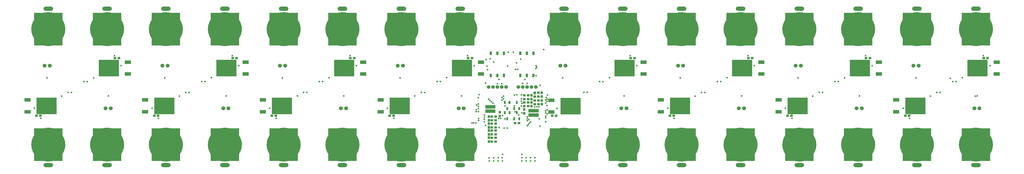
<source format=gbs>
G04*
G04 #@! TF.GenerationSoftware,Altium Limited,Altium Designer,19.0.13 (425)*
G04*
G04 Layer_Color=16711935*
%FSLAX25Y25*%
%MOIN*%
G70*
G01*
G75*
%ADD28R,0.03950X0.03753*%
%ADD29R,0.03753X0.03950*%
%ADD33R,0.03162X0.04737*%
%ADD40C,0.05918*%
G04:AMPARAMS|DCode=42|XSize=145.8mil|YSize=67.06mil|CornerRadius=33.53mil|HoleSize=0mil|Usage=FLASHONLY|Rotation=180.000|XOffset=0mil|YOffset=0mil|HoleType=Round|Shape=RoundedRectangle|*
%AMROUNDEDRECTD42*
21,1,0.14580,0.00000,0,0,180.0*
21,1,0.07874,0.06706,0,0,180.0*
1,1,0.06706,-0.03937,0.00000*
1,1,0.06706,0.03937,0.00000*
1,1,0.06706,0.03937,0.00000*
1,1,0.06706,-0.03937,0.00000*
%
%ADD42ROUNDEDRECTD42*%
%ADD43C,0.02572*%
%ADD44C,0.05524*%
%ADD59R,0.43307X0.50000*%
%ADD61R,0.30800X0.25800*%
%ADD62R,0.09461X0.05524*%
G04:AMPARAMS|DCode=63|XSize=55.12mil|YSize=55.12mil|CornerRadius=11.81mil|HoleSize=0mil|Usage=FLASHONLY|Rotation=180.000|XOffset=0mil|YOffset=0mil|HoleType=Round|Shape=RoundedRectangle|*
%AMROUNDEDRECTD63*
21,1,0.05512,0.03150,0,0,180.0*
21,1,0.03150,0.05512,0,0,180.0*
1,1,0.02362,-0.01575,0.01575*
1,1,0.02362,0.01575,0.01575*
1,1,0.02362,0.01575,-0.01575*
1,1,0.02362,-0.01575,-0.01575*
%
%ADD63ROUNDEDRECTD63*%
%ADD64R,0.03792X0.05800*%
%ADD65C,0.51981*%
D28*
X4721Y-55286D02*
D03*
X10626D02*
D03*
X18701Y-23622D02*
D03*
X24606D02*
D03*
X-25197Y-77756D02*
D03*
X-31102D02*
D03*
X34449Y-8858D02*
D03*
X40354D02*
D03*
X-25197Y-56102D02*
D03*
X-31102D02*
D03*
X-25197Y-45276D02*
D03*
X-31102D02*
D03*
X18701Y-29528D02*
D03*
X24606D02*
D03*
X-25197Y-62008D02*
D03*
X-31102D02*
D03*
X18701Y-12795D02*
D03*
X24606D02*
D03*
X-25197Y-66929D02*
D03*
X-31102D02*
D03*
X34449Y-20669D02*
D03*
X40354D02*
D03*
X18701Y-18701D02*
D03*
X24606D02*
D03*
X-25197Y-83661D02*
D03*
X-31102D02*
D03*
X-25197Y-72835D02*
D03*
X-31102D02*
D03*
X34449Y-14764D02*
D03*
X40354D02*
D03*
X34449Y-26575D02*
D03*
X40354D02*
D03*
X-25197Y-51181D02*
D03*
X-31102D02*
D03*
X605709Y-44094D02*
D03*
X599803D02*
D03*
X426181D02*
D03*
X420276D02*
D03*
X246654D02*
D03*
X240748D02*
D03*
X67126D02*
D03*
X61221D02*
D03*
X719488Y44094D02*
D03*
X725394D02*
D03*
X539961D02*
D03*
X545866D02*
D03*
X360433D02*
D03*
X366339D02*
D03*
X180905D02*
D03*
X186811D02*
D03*
X-67126D02*
D03*
X-61221D02*
D03*
X-246654D02*
D03*
X-240748D02*
D03*
X-426181D02*
D03*
X-420276D02*
D03*
X-180905Y-44094D02*
D03*
X-186811D02*
D03*
X-360433D02*
D03*
X-366339D02*
D03*
X-539961D02*
D03*
X-545866D02*
D03*
X-605709Y44094D02*
D03*
X-599803D02*
D03*
X-719488Y-44094D02*
D03*
X-725394D02*
D03*
D29*
X18701Y-40438D02*
D03*
Y-34533D02*
D03*
X-18758Y-44753D02*
D03*
Y-38848D02*
D03*
X29528Y-29528D02*
D03*
Y-23622D02*
D03*
Y-18701D02*
D03*
Y-12795D02*
D03*
X-35433Y-66929D02*
D03*
Y-72835D02*
D03*
Y-56102D02*
D03*
Y-62008D02*
D03*
Y-77756D02*
D03*
Y-83661D02*
D03*
X45276Y-8858D02*
D03*
Y-14764D02*
D03*
Y-26575D02*
D03*
Y-20669D02*
D03*
X-35433Y-45276D02*
D03*
Y-51181D02*
D03*
D33*
X-7480Y-48819D02*
D03*
X-3740Y-39370D02*
D03*
X-11220D02*
D03*
X7087Y-23622D02*
D03*
X3347Y-33071D02*
D03*
X10827D02*
D03*
X7087Y-39370D02*
D03*
X3347Y-48819D02*
D03*
X10827D02*
D03*
X-7480Y-33071D02*
D03*
X-3740Y-23622D02*
D03*
X-11220D02*
D03*
D40*
X-705118Y32677D02*
D03*
X-712992D02*
D03*
X705118Y-32677D02*
D03*
X712992D02*
D03*
X620079Y32677D02*
D03*
X612205D02*
D03*
X525591Y-32677D02*
D03*
X533465D02*
D03*
X440551Y32677D02*
D03*
X432677D02*
D03*
X346063Y-32677D02*
D03*
X353937D02*
D03*
X261024Y32677D02*
D03*
X253150D02*
D03*
X166535Y-32677D02*
D03*
X174409D02*
D03*
X81496Y32677D02*
D03*
X73622D02*
D03*
X-81496Y-32677D02*
D03*
X-73622D02*
D03*
X-166535Y32677D02*
D03*
X-174409D02*
D03*
X-261024Y-32677D02*
D03*
X-253150D02*
D03*
X-346063Y32677D02*
D03*
X-353937D02*
D03*
X-440551Y-32677D02*
D03*
X-432677D02*
D03*
X-525591Y32677D02*
D03*
X-533465D02*
D03*
X-620079Y-32677D02*
D03*
X-612205D02*
D03*
D42*
X-707480Y-119783D02*
D03*
X-697480Y-92047D02*
D03*
X-717480D02*
D03*
X-697480Y92047D02*
D03*
X-717480D02*
D03*
X-707480Y119783D02*
D03*
X707480Y119783D02*
D03*
X697480Y92047D02*
D03*
X717480D02*
D03*
X697480Y-92047D02*
D03*
X717480D02*
D03*
X707480Y-119783D02*
D03*
X617717Y-119783D02*
D03*
X627716Y-92047D02*
D03*
X607717D02*
D03*
X627716Y92047D02*
D03*
X607717D02*
D03*
X617717Y119783D02*
D03*
X527953Y119783D02*
D03*
X517953Y92047D02*
D03*
X537953D02*
D03*
X517953Y-92047D02*
D03*
X537953D02*
D03*
X527953Y-119783D02*
D03*
X438189Y-119783D02*
D03*
X448189Y-92047D02*
D03*
X428189D02*
D03*
X448189Y92047D02*
D03*
X428189D02*
D03*
X438189Y119783D02*
D03*
X348425Y119783D02*
D03*
X338425Y92047D02*
D03*
X358425D02*
D03*
X338425Y-92047D02*
D03*
X358425D02*
D03*
X348425Y-119783D02*
D03*
X258661Y-119783D02*
D03*
X268661Y-92047D02*
D03*
X248661D02*
D03*
X268661Y92047D02*
D03*
X248661D02*
D03*
X258661Y119783D02*
D03*
X168898Y119783D02*
D03*
X158898Y92047D02*
D03*
X178898D02*
D03*
X158898Y-92047D02*
D03*
X178898D02*
D03*
X168898Y-119783D02*
D03*
X79134Y-119783D02*
D03*
X89134Y-92047D02*
D03*
X69134D02*
D03*
X89134Y92047D02*
D03*
X69134D02*
D03*
X79134Y119783D02*
D03*
X-79134Y119783D02*
D03*
X-89134Y92047D02*
D03*
X-69134D02*
D03*
X-89134Y-92047D02*
D03*
X-69134D02*
D03*
X-79134Y-119783D02*
D03*
X-168898Y-119783D02*
D03*
X-158898Y-92047D02*
D03*
X-178898D02*
D03*
X-158898Y92047D02*
D03*
X-178898D02*
D03*
X-168898Y119783D02*
D03*
X-258661Y119783D02*
D03*
X-268661Y92047D02*
D03*
X-248661D02*
D03*
X-268661Y-92047D02*
D03*
X-248661D02*
D03*
X-258661Y-119783D02*
D03*
X-348425Y-119783D02*
D03*
X-338425Y-92047D02*
D03*
X-358425D02*
D03*
X-338425Y92047D02*
D03*
X-358425D02*
D03*
X-348425Y119783D02*
D03*
X-438189Y119783D02*
D03*
X-448189Y92047D02*
D03*
X-428189D02*
D03*
X-448189Y-92047D02*
D03*
X-428189D02*
D03*
X-438189Y-119783D02*
D03*
X-527953Y-119783D02*
D03*
X-517953Y-92047D02*
D03*
X-537953D02*
D03*
X-517953Y92047D02*
D03*
X-537953D02*
D03*
X-527953Y119783D02*
D03*
X-617717Y119783D02*
D03*
X-627716Y92047D02*
D03*
X-607717D02*
D03*
X-627716Y-92047D02*
D03*
X-607717D02*
D03*
X-617717Y-119783D02*
D03*
D43*
X-28150Y38386D02*
D03*
X-4725Y-24364D02*
D03*
X-11024Y-23622D02*
D03*
X42913Y2413D02*
D03*
X-40354Y5906D02*
D03*
X32306Y51181D02*
D03*
X1969Y53149D02*
D03*
X-5921D02*
D03*
X22835Y5118D02*
D03*
X16142Y5433D02*
D03*
X-15676Y4951D02*
D03*
X-22369D02*
D03*
X13189Y42421D02*
D03*
X-33465Y43364D02*
D03*
X51181Y-44685D02*
D03*
Y-47539D02*
D03*
X61220Y-43307D02*
D03*
X51181Y-39764D02*
D03*
X53543Y-41339D02*
D03*
X51181Y-36811D02*
D03*
X34843Y-113583D02*
D03*
X28150D02*
D03*
X21457D02*
D03*
X14764D02*
D03*
X4528Y-38189D02*
D03*
X3543Y-12500D02*
D03*
X7126Y-11969D02*
D03*
X36220Y28364D02*
D03*
X36417Y32677D02*
D03*
X37402Y30315D02*
D03*
X36417Y17323D02*
D03*
X19685Y11614D02*
D03*
X8501Y26752D02*
D03*
X5118Y26745D02*
D03*
X706693Y-14173D02*
D03*
X677264Y8268D02*
D03*
X-7480Y-33071D02*
D03*
X-38167Y31752D02*
D03*
X-10630Y-48957D02*
D03*
X-14764Y-113583D02*
D03*
X-21457D02*
D03*
X-28150D02*
D03*
X-34843D02*
D03*
X-35531Y-60528D02*
D03*
X-35433Y-72835D02*
D03*
Y-51073D02*
D03*
X-7480Y-63189D02*
D03*
X-12205D02*
D03*
X-37402Y26578D02*
D03*
X-6693Y31752D02*
D03*
X-20079Y11614D02*
D03*
X-10827Y-29134D02*
D03*
X-14567Y-103347D02*
D03*
X-39469Y41752D02*
D03*
X23228Y-48701D02*
D03*
X25512Y-50197D02*
D03*
X23110Y-45906D02*
D03*
X6988Y36752D02*
D03*
X10236Y-43012D02*
D03*
X14764Y-103347D02*
D03*
X3543Y-28937D02*
D03*
X14272Y-12008D02*
D03*
X15157Y-25197D02*
D03*
X-20472Y-48425D02*
D03*
X-17323D02*
D03*
X-14567Y-43701D02*
D03*
X14173Y-28937D02*
D03*
X34646Y-30315D02*
D03*
X37795D02*
D03*
X40945D02*
D03*
X52165Y-16043D02*
D03*
X53642Y-18602D02*
D03*
X51181Y-20079D02*
D03*
X59252Y-19882D02*
D03*
X24803Y-12500D02*
D03*
X668504Y13386D02*
D03*
X709447Y-13780D02*
D03*
X68405Y-32874D02*
D03*
X53937Y-12500D02*
D03*
X109449Y-8268D02*
D03*
X138583Y7972D02*
D03*
X148425Y14075D02*
D03*
X279331Y-14173D02*
D03*
X53150Y-22146D02*
D03*
X51279Y-24803D02*
D03*
X53150Y-28543D02*
D03*
X288976Y-8268D02*
D03*
X318110Y8366D02*
D03*
X327953Y14173D02*
D03*
X53642Y-34941D02*
D03*
X458661Y-14075D02*
D03*
X468504Y-8169D02*
D03*
X497638Y8268D02*
D03*
X507382Y13878D02*
D03*
X638189Y-14075D02*
D03*
X648032Y-8268D02*
D03*
X41437Y-48819D02*
D03*
X687008Y14075D02*
D03*
X51083Y-53543D02*
D03*
X-50394Y-11786D02*
D03*
X42126Y-60138D02*
D03*
X-35531Y-45079D02*
D03*
X-42028Y-43012D02*
D03*
Y-46358D02*
D03*
X-40354Y-59055D02*
D03*
X-19685Y-62008D02*
D03*
X-61023Y-55118D02*
D03*
X-58268D02*
D03*
X-55118Y-55118D02*
D03*
X-709447Y13780D02*
D03*
X-51575Y-33071D02*
D03*
Y-29921D02*
D03*
Y-37795D02*
D03*
X-54724Y-34646D02*
D03*
X-25197Y-77756D02*
D03*
X-25000Y-66831D02*
D03*
X-25098Y-56102D02*
D03*
X-25197Y-45276D02*
D03*
X14173Y-18110D02*
D03*
Y-21654D02*
D03*
X34449Y-10827D02*
D03*
Y-20472D02*
D03*
X-51575Y-16535D02*
D03*
X-109448Y8268D02*
D03*
X-99606Y14075D02*
D03*
X-51575Y-25984D02*
D03*
X-54068Y-27874D02*
D03*
X-50787Y20079D02*
D03*
X-138583Y-8268D02*
D03*
X-148425Y-13780D02*
D03*
X-288976Y8268D02*
D03*
X-279134Y14173D02*
D03*
X-54724Y-37795D02*
D03*
X-318110Y-8268D02*
D03*
X-327559Y-13780D02*
D03*
X-42520Y-49606D02*
D03*
X-458661Y14075D02*
D03*
X-468504Y8268D02*
D03*
X-51181Y-48425D02*
D03*
X-42520Y-53543D02*
D03*
X-507480Y-14173D02*
D03*
X-497638Y-8268D02*
D03*
X-51181Y-51575D02*
D03*
X-648032Y8268D02*
D03*
X-638189Y13780D02*
D03*
X-677165Y-8268D02*
D03*
X-687008Y-14173D02*
D03*
X48228Y57087D02*
D03*
X23386Y-51811D02*
D03*
X14803Y-108465D02*
D03*
X21260D02*
D03*
X34803D02*
D03*
X28150D02*
D03*
X23110Y-59449D02*
D03*
X24882Y-57480D02*
D03*
X26654Y-55551D02*
D03*
X28307Y-53543D02*
D03*
X-33071Y-36906D02*
D03*
X-15354Y-16142D02*
D03*
X-13081Y-18199D02*
D03*
Y-14173D02*
D03*
X-15354Y-20079D02*
D03*
X-14961Y-108268D02*
D03*
X-21260Y-108465D02*
D03*
X-28150D02*
D03*
X-35039Y-108661D02*
D03*
X-7087Y-48819D02*
D03*
X7087Y-23622D02*
D03*
X14961Y-39764D02*
D03*
X32677Y-36220D02*
D03*
Y-43110D02*
D03*
X-29134Y-24803D02*
D03*
X-33858Y-20866D02*
D03*
X-31496Y-22835D02*
D03*
X-35827Y-18898D02*
D03*
X-33071Y-30315D02*
D03*
X77167Y13780D02*
D03*
X653051Y-8268D02*
D03*
X606299Y-48031D02*
D03*
X615750Y13780D02*
D03*
X586024Y-20079D02*
D03*
X596457Y-32677D02*
D03*
X473524Y-8268D02*
D03*
X426772Y-48031D02*
D03*
X436222Y13780D02*
D03*
X406496Y-20079D02*
D03*
X416929Y-32677D02*
D03*
X293996Y-8268D02*
D03*
X247244Y-48031D02*
D03*
X256694Y13780D02*
D03*
X226969Y-20079D02*
D03*
X237402Y-32677D02*
D03*
X114469Y-8268D02*
D03*
X-114469Y8268D02*
D03*
X-67716Y48031D02*
D03*
X-77167Y-13780D02*
D03*
X-57874Y32677D02*
D03*
X-293996Y8268D02*
D03*
X-247244Y48031D02*
D03*
X-226969Y20079D02*
D03*
X-256694Y-13780D02*
D03*
X-237402Y32677D02*
D03*
X-473524Y8268D02*
D03*
X-426772Y48031D02*
D03*
X-406496Y20079D02*
D03*
X-436222Y-13780D02*
D03*
X-416929Y32677D02*
D03*
X672146Y8268D02*
D03*
X718898Y48031D02*
D03*
X739173Y20079D02*
D03*
X728740Y32677D02*
D03*
X492618Y8268D02*
D03*
X539370Y48031D02*
D03*
X559646Y20079D02*
D03*
X529920Y-13780D02*
D03*
X549213Y32677D02*
D03*
X313090Y8268D02*
D03*
X359842Y48031D02*
D03*
X380118Y20079D02*
D03*
X350392Y-13780D02*
D03*
X369685Y32677D02*
D03*
X133563Y8268D02*
D03*
X190157Y32677D02*
D03*
X180315Y48031D02*
D03*
X170865Y-13780D02*
D03*
X200591Y20079D02*
D03*
X-133563Y-8268D02*
D03*
X-190157Y-32677D02*
D03*
X-180315Y-48031D02*
D03*
X-170865Y13780D02*
D03*
X-200591Y-20079D02*
D03*
X-313090Y-8268D02*
D03*
X-369685Y-32677D02*
D03*
X-359842Y-48031D02*
D03*
X-350392Y13780D02*
D03*
X-380118Y-20079D02*
D03*
X-492618Y-8268D02*
D03*
X-549213Y-32677D02*
D03*
X-539370Y-48031D02*
D03*
X-529920Y13780D02*
D03*
X-559646Y-20079D02*
D03*
X-653051Y8268D02*
D03*
X-596457Y32677D02*
D03*
X-606299Y48031D02*
D03*
X-615750Y-13780D02*
D03*
X-586024Y20079D02*
D03*
X-739173Y-20079D02*
D03*
X-728740Y-32677D02*
D03*
X-718898Y-48031D02*
D03*
X-672146Y-8268D02*
D03*
D44*
X9646Y0D02*
D03*
X-9055D02*
D03*
X36220D02*
D03*
X29528D02*
D03*
X16220D02*
D03*
X22795D02*
D03*
X-22441D02*
D03*
X-15748D02*
D03*
X-29134D02*
D03*
X-35827D02*
D03*
D59*
X-707480Y88582D02*
D03*
Y-88583D02*
D03*
X707480Y-88583D02*
D03*
Y88583D02*
D03*
X617717D02*
D03*
Y-88583D02*
D03*
X527953Y-88583D02*
D03*
Y88583D02*
D03*
X438189Y88583D02*
D03*
X438189Y-88583D02*
D03*
X348425Y-88583D02*
D03*
Y88583D02*
D03*
X258661Y88583D02*
D03*
Y-88583D02*
D03*
X168898D02*
D03*
Y88583D02*
D03*
X79134Y88583D02*
D03*
X79134Y-88583D02*
D03*
X-79134Y-88583D02*
D03*
Y88583D02*
D03*
X-168898Y88583D02*
D03*
Y-88583D02*
D03*
X-258661Y-88583D02*
D03*
Y88583D02*
D03*
X-348425Y88583D02*
D03*
Y-88583D02*
D03*
X-438189Y-88583D02*
D03*
Y88583D02*
D03*
X-527953Y88583D02*
D03*
Y-88583D02*
D03*
X-617717Y-88583D02*
D03*
Y88583D02*
D03*
D61*
X-710039Y-28937D02*
D03*
X89173Y-29331D02*
D03*
X615158Y-28937D02*
D03*
X256102D02*
D03*
X435630D02*
D03*
X530512Y28937D02*
D03*
X350984D02*
D03*
X171457D02*
D03*
X710039D02*
D03*
X-256102D02*
D03*
X-435630D02*
D03*
X-76575D02*
D03*
X-171457Y-28937D02*
D03*
X-350984D02*
D03*
X-530512D02*
D03*
X-615158Y28937D02*
D03*
D62*
X-739173Y-37992D02*
D03*
Y-19882D02*
D03*
X60039Y-20276D02*
D03*
Y-38386D02*
D03*
X586024Y-19882D02*
D03*
Y-37992D02*
D03*
X226968Y-19882D02*
D03*
Y-37992D02*
D03*
X406496Y-19882D02*
D03*
Y-37992D02*
D03*
X559646Y19882D02*
D03*
Y37992D02*
D03*
X380118Y19882D02*
D03*
Y37992D02*
D03*
X200591Y19882D02*
D03*
Y37992D02*
D03*
X739173Y19882D02*
D03*
Y37992D02*
D03*
X-226968Y19882D02*
D03*
Y37992D02*
D03*
X-406496Y19882D02*
D03*
Y37992D02*
D03*
X-47441Y19882D02*
D03*
Y37992D02*
D03*
X-200591Y-19882D02*
D03*
Y-37992D02*
D03*
X-380118Y-19882D02*
D03*
Y-37992D02*
D03*
X-559646Y-19882D02*
D03*
Y-37992D02*
D03*
X-586024Y19882D02*
D03*
Y37992D02*
D03*
D63*
X-33071Y-37008D02*
D03*
X-27953D02*
D03*
X-38189D02*
D03*
X-33071Y-30315D02*
D03*
X-27953D02*
D03*
X-38189D02*
D03*
X32677Y-36417D02*
D03*
X27559D02*
D03*
X37795D02*
D03*
X32677Y-43110D02*
D03*
X27559D02*
D03*
X37795D02*
D03*
D64*
X32522Y17717D02*
D03*
X22522D02*
D03*
Y51575D02*
D03*
X32522D02*
D03*
X12522D02*
D03*
Y17717D02*
D03*
X-12369D02*
D03*
X-22369D02*
D03*
Y51575D02*
D03*
X-12369D02*
D03*
X-32369D02*
D03*
Y17717D02*
D03*
D65*
X-707480Y-88583D02*
D03*
Y88583D02*
D03*
X707480Y88583D02*
D03*
Y-88583D02*
D03*
X617717Y-88583D02*
D03*
Y88583D02*
D03*
X527953Y88583D02*
D03*
Y-88583D02*
D03*
X438189Y-88583D02*
D03*
Y88583D02*
D03*
X348425Y88583D02*
D03*
Y-88583D02*
D03*
X258661Y-88583D02*
D03*
Y88583D02*
D03*
X168898Y88583D02*
D03*
Y-88583D02*
D03*
X79134Y-88583D02*
D03*
Y88583D02*
D03*
X-79134Y88583D02*
D03*
Y-88583D02*
D03*
X-168898Y-88583D02*
D03*
Y88583D02*
D03*
X-258661Y88583D02*
D03*
Y-88583D02*
D03*
X-348425Y-88583D02*
D03*
Y88583D02*
D03*
X-438189Y88583D02*
D03*
Y-88583D02*
D03*
X-527953Y-88583D02*
D03*
Y88583D02*
D03*
X-617717Y88583D02*
D03*
Y-88583D02*
D03*
M02*

</source>
